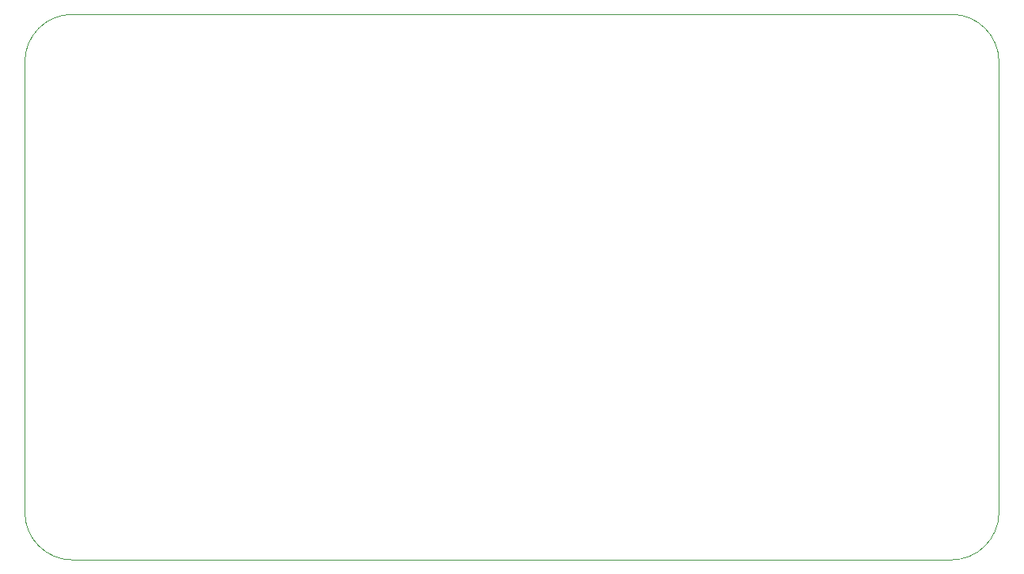
<source format=gbr>
%TF.GenerationSoftware,KiCad,Pcbnew,9.0.0+dfsg-1*%
%TF.CreationDate,2025-04-08T21:11:36-05:00*%
%TF.ProjectId,pocket-bob,706f636b-6574-42d6-926f-622e6b696361,rev?*%
%TF.SameCoordinates,Original*%
%TF.FileFunction,Profile,NP*%
%FSLAX46Y46*%
G04 Gerber Fmt 4.6, Leading zero omitted, Abs format (unit mm)*
G04 Created by KiCad (PCBNEW 9.0.0+dfsg-1) date 2025-04-08 21:11:36*
%MOMM*%
%LPD*%
G01*
G04 APERTURE LIST*
%TA.AperFunction,Profile*%
%ADD10C,0.100000*%
%TD*%
G04 APERTURE END LIST*
D10*
X137160000Y-60960000D02*
X43180000Y-60960000D01*
X38100000Y-66040000D02*
X38100000Y-114300000D01*
X38100000Y-66040000D02*
G75*
G02*
X43180000Y-60960000I5080000J0D01*
G01*
X43180000Y-119380000D02*
G75*
G02*
X38100000Y-114300000I0J5080000D01*
G01*
X137160000Y-60960000D02*
G75*
G02*
X142240000Y-66040000I0J-5080000D01*
G01*
X142240002Y-114300002D02*
G75*
G02*
X137160002Y-119380002I-5080002J2D01*
G01*
X43180000Y-119380000D02*
X137160000Y-119380000D01*
X142240002Y-114300002D02*
X142240000Y-66040000D01*
M02*

</source>
